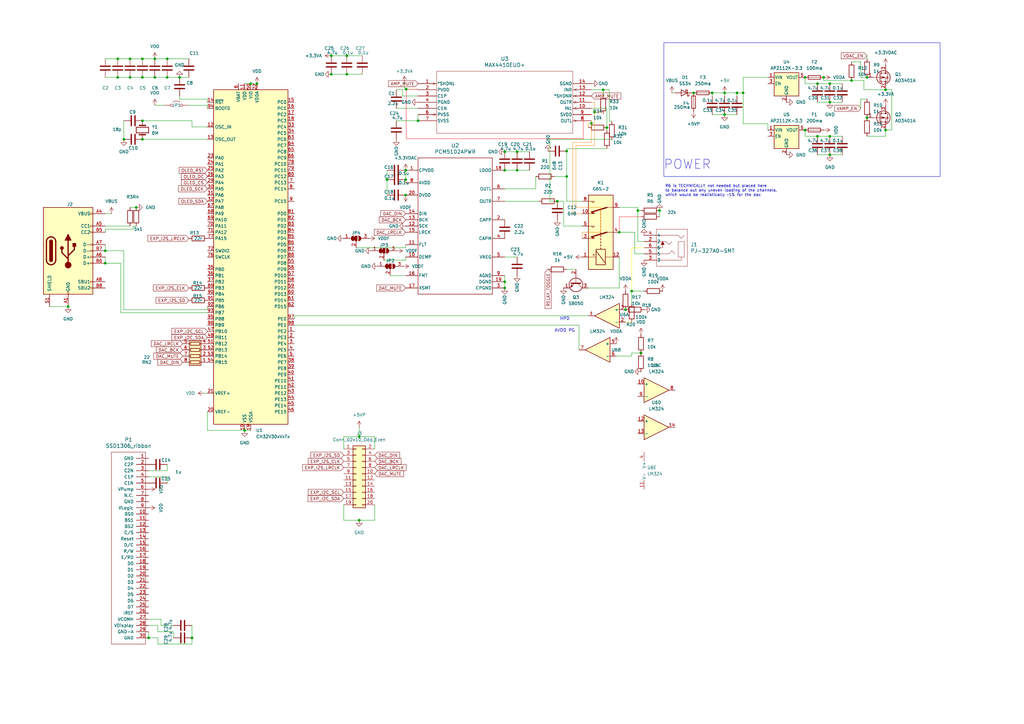
<source format=kicad_sch>
(kicad_sch (version 20250114) (generator "eeschema") (generator_version "9.0")
  (paper "A3")
  (rectangle (start 272.288 17.526) (end 385.572 72.39))
  (text "R6 is TECHNICALLY not needed but placed here\nto balance out any uneven loading of the channels,\nwhich would be realistically ~1% for the dac" (at 272.796 78.232 0) (effects (font (size 1.143 1.143)) (justify left)))
  (text "AVDD PG" (at 231.648 135.636 0) (effects (font (size 1.27 1.27))))
  (text "POWER" (at 281.94 67.564 0) (effects (font (size 3.81 3.81))))
  (text "HPD" (at 231.648 130.81 0) (effects (font (size 1.27 1.27))))
  (junction (at 337.82 31.75))
  (junction (at 302.26 38.1))
  (junction (at 55.88 85.09))
  (junction (at 68.58 24.13))
  (junction (at 335.28 55.88))
  (junction (at 142.24 22.86))
  (junction (at 135.89 22.86))
  (junction (at 58.42 49.53))
  (junction (at 259.08 119.38))
  (junction (at 248.92 52.324))
  (junction (at 330.2 31.75))
  (junction (at 335.28 34.29))
  (junction (at 58.42 57.15))
  (junction (at 58.42 24.13))
  (junction (at 284.48 38.1))
  (junction (at 355.6 48.26))
  (junction (at 147.32 213.36))
  (junction (at 297.18 46.99))
  (junction (at 50.8 57.15))
  (junction (at 100.33 176.53))
  (junction (at 68.58 31.75))
  (junction (at 349.25 33.02))
  (junction (at 166.624 36.576))
  (junction (at 256.54 127))
  (junction (at 340.36 55.88))
  (junction (at 232.41 61.976))
  (junction (at 232.41 72.39))
  (junction (at 166.37 69.85))
  (junction (at 262.89 144.78))
  (junction (at 171.45 49.53))
  (junction (at 292.1 38.1))
  (junction (at 247.396 36.83))
  (junction (at 63.5 24.13))
  (junction (at 142.24 30.48))
  (junction (at 363.22 53.34))
  (junction (at 105.41 34.29))
  (junction (at 207.01 115.57))
  (junction (at 243.84 45.974))
  (junction (at 330.2 53.34))
  (junction (at 43.18 107.95))
  (junction (at 340.36 63.5))
  (junction (at 212.09 69.85))
  (junction (at 242.57 50.546))
  (junction (at 270.51 86.36))
  (junction (at 78.74 261.62))
  (junction (at 58.42 31.75))
  (junction (at 60.96 261.62))
  (junction (at 228.6 82.55))
  (junction (at 48.26 24.13))
  (junction (at 304.8 38.1))
  (junction (at 63.5 31.75))
  (junction (at 48.26 31.75))
  (junction (at 261.62 86.36))
  (junction (at 207.01 62.23))
  (junction (at 147.32 179.07))
  (junction (at 53.34 24.13))
  (junction (at 102.87 34.29))
  (junction (at 297.18 38.1))
  (junction (at 340.36 41.91))
  (junction (at 363.22 36.83))
  (junction (at 73.66 31.75))
  (junction (at 340.36 34.29))
  (junction (at 212.09 62.23))
  (junction (at 158.75 73.66))
  (junction (at 254 95.25))
  (junction (at 166.37 73.66))
  (junction (at 135.89 30.48))
  (junction (at 27.94 125.73))
  (junction (at 166.37 80.01))
  (junction (at 207.01 69.85))
  (junction (at 53.34 31.75))
  (junction (at 355.6 31.75))
  (junction (at 43.18 102.87))
  (junction (at 207.01 118.11))
  (wire (pts (xy 142.24 30.48) (xy 148.59 30.48)))
  (wire (pts (xy 166.624 36.576) (xy 166.624 56.896)) (stroke (width 0) (color 255 23 44 1)))
  (wire (pts (xy 355.6 22.86) (xy 355.6 24.13)))
  (wire (pts (xy 354.33 33.02) (xy 354.33 36.83)))
  (wire (pts (xy 68.58 193.04) (xy 68.58 190.5)))
  (wire (pts (xy 207.01 77.47) (xy 219.71 77.47)))
  (wire (pts (xy 64.77 264.16) (xy 78.74 264.16)))
  (wire (pts (xy 165.862 36.576) (xy 166.624 36.576)))
  (wire (pts (xy 225.552 57.15) (xy 225.552 82.55)))
  (wire (pts (xy 43.18 31.75) (xy 48.26 31.75)))
  (wire (pts (xy 212.09 69.85) (xy 217.17 69.85)))
  (wire (pts (xy 239.268 46.99) (xy 242.57 46.99)) (stroke (width 0) (color 255 23 44 1)))
  (wire (pts (xy 349.25 33.02) (xy 354.33 33.02)))
  (wire (pts (xy 238.76 87.63) (xy 234.95 87.63)) (stroke (width 0) (color 255 136 0 1)))
  (wire (pts (xy 238.76 95.25) (xy 238.76 97.79)) (stroke (width 0) (color 255 136 0 1)))
  (wire (pts (xy 71.12 259.08) (xy 64.77 259.08)))
  (wire (pts (xy 228.6 82.55) (xy 231.14 82.55)))
  (wire (pts (xy 142.24 22.86) (xy 148.59 22.86)))
  (wire (pts (xy 153.67 184.15) (xy 153.67 179.07)))
  (wire (pts (xy 68.58 195.58) (xy 60.96 195.58)))
  (wire (pts (xy 166.37 101.6) (xy 166.37 100.33)))
  (wire (pts (xy 340.36 55.88) (xy 345.44 55.88)))
  (wire (pts (xy 68.58 198.12) (xy 68.58 195.58)))
  (wire (pts (xy 234.95 58.42) (xy 242.57 58.42)) (stroke (width 0) (color 255 136 0 1)))
  (wire (pts (xy 153.67 179.07) (xy 147.32 179.07)))
  (wire (pts (xy 249.936 49.784) (xy 249.936 36.83)))
  (wire (pts (xy 43.18 100.33) (xy 43.18 102.87)))
  (wire (pts (xy 264.16 101.6) (xy 259.08 101.6)) (stroke (width 0) (color 255 255 0 1)))
  (wire (pts (xy 135.89 22.86) (xy 142.24 22.86)))
  (wire (pts (xy 212.09 62.23) (xy 217.17 62.23)))
  (wire (pts (xy 259.08 101.6) (xy 259.08 119.38)) (stroke (width 0) (color 255 255 0 1)))
  (wire (pts (xy 349.25 25.4) (xy 353.06 25.4)))
  (wire (pts (xy 50.8 102.87) (xy 50.8 127)))
  (wire (pts (xy 71.12 256.54) (xy 66.04 256.54)))
  (wire (pts (xy 243.84 41.91) (xy 243.84 45.974)) (stroke (width 0) (color 255 136 0 1)))
  (wire (pts (xy 147.32 213.36) (xy 153.67 213.36)))
  (wire (pts (xy 60.96 193.04) (xy 68.58 193.04)))
  (wire (pts (xy 43.18 24.13) (xy 48.26 24.13)))
  (wire (pts (xy 63.5 31.75) (xy 68.58 31.75)))
  (wire (pts (xy 340.36 34.29) (xy 345.44 34.29)))
  (wire (pts (xy 250.952 49.784) (xy 249.936 49.784)))
  (wire (pts (xy 259.08 119.38) (xy 259.08 124.46)))
  (wire (pts (xy 43.18 102.87) (xy 50.8 102.87)))
  (wire (pts (xy 166.37 106.68) (xy 166.37 105.41)))
  (wire (pts (xy 63.5 24.13) (xy 68.58 24.13)))
  (wire (pts (xy 162.56 36.83) (xy 165.1 36.83)))
  (wire (pts (xy 337.82 33.02) (xy 349.25 33.02)))
  (wire (pts (xy 207.01 82.55) (xy 220.98 82.55)))
  (wire (pts (xy 297.18 38.1) (xy 302.26 38.1)))
  (wire (pts (xy 102.87 34.29) (xy 105.41 34.29)))
  (wire (pts (xy 85.09 43.18) (xy 85.09 44.45)))
  (wire (pts (xy 353.06 44.45) (xy 353.06 40.64)))
  (wire (pts (xy 54.61 93.98) (xy 43.18 93.98)))
  (wire (pts (xy 365.76 53.34) (xy 363.22 53.34)))
  (wire (pts (xy 242.57 50.546) (xy 241.3 50.546)) (stroke (width 0) (color 255 136 0 1)))
  (wire (pts (xy 50.8 127) (xy 85.09 127)))
  (wire (pts (xy 157.48 106.68) (xy 166.37 106.68)))
  (wire (pts (xy 248.92 60.96) (xy 232.41 60.96)))
  (wire (pts (xy 171.45 36.576) (xy 171.45 36.83)))
  (wire (pts (xy 249.936 36.83) (xy 247.396 36.83)))
  (wire (pts (xy 58.42 31.75) (xy 63.5 31.75)))
  (wire (pts (xy 120.65 133.35) (xy 237.49 133.35)))
  (wire (pts (xy 264.16 119.38) (xy 259.08 119.38)))
  (wire (pts (xy 64.77 256.54) (xy 60.96 256.54)))
  (wire (pts (xy 252.73 146.05) (xy 259.08 146.05)))
  (wire (pts (xy 166.624 36.576) (xy 171.45 36.576)))
  (wire (pts (xy 335.28 63.5) (xy 340.36 63.5)))
  (wire (pts (xy 160.02 113.03) (xy 166.37 113.03)))
  (wire (pts (xy 241.3 129.54) (xy 120.65 129.54)))
  (wire (pts (xy 330.2 34.29) (xy 330.2 31.75)))
  (wire (pts (xy 292.1 46.99) (xy 297.18 46.99)))
  (wire (pts (xy 254 118.11) (xy 254 105.41)))
  (wire (pts (xy 78.74 264.16) (xy 78.74 261.62)))
  (wire (pts (xy 165.862 33.782) (xy 165.862 36.576)))
  (wire (pts (xy 340.36 41.91) (xy 345.44 41.91)))
  (wire (pts (xy 264.16 99.06) (xy 261.62 99.06)))
  (wire (pts (xy 73.66 39.37) (xy 73.66 40.64)))
  (wire (pts (xy 314.96 50.8) (xy 314.96 53.34)))
  (wire (pts (xy 166.37 73.66) (xy 166.37 74.93)))
  (wire (pts (xy 297.18 46.99) (xy 302.26 46.99)))
  (wire (pts (xy 146.05 101.6) (xy 166.37 101.6)))
  (wire (pts (xy 171.45 46.99) (xy 171.45 49.53)))
  (wire (pts (xy 207.01 113.03) (xy 207.01 115.57)))
  (wire (pts (xy 248.92 44.45) (xy 242.57 44.45)))
  (wire (pts (xy 58.42 57.15) (xy 85.09 57.15)))
  (wire (pts (xy 302.26 38.1) (xy 304.8 38.1)))
  (wire (pts (xy 53.34 85.09) (xy 55.88 85.09)))
  (wire (pts (xy 48.26 24.13) (xy 53.34 24.13)))
  (wire (pts (xy 234.95 87.63) (xy 234.95 58.42)) (stroke (width 0) (color 255 136 0 1)))
  (wire (pts (xy 335.28 55.88) (xy 330.2 55.88)))
  (wire (pts (xy 247.396 36.83) (xy 247.396 39.116)))
  (wire (pts (xy 254 88.9) (xy 254 95.25)) (stroke (width 0) (color 255 41 42 1)))
  (wire (pts (xy 262.89 86.36) (xy 261.62 86.36)))
  (wire (pts (xy 78.74 261.62) (xy 78.74 256.54)))
  (wire (pts (xy 166.624 56.896) (xy 239.268 56.896)) (stroke (width 0) (color 255 23 44 1)))
  (wire (pts (xy 73.66 31.75) (xy 77.47 31.75)))
  (wire (pts (xy 231.14 92.71) (xy 238.76 92.71)))
  (wire (pts (xy 232.41 72.39) (xy 232.41 82.55)))
  (wire (pts (xy 335.28 34.29) (xy 330.2 34.29)))
  (wire (pts (xy 63.5 43.18) (xy 67.31 43.18)))
  (wire (pts (xy 207.01 69.85) (xy 212.09 69.85)))
  (wire (pts (xy 250.952 57.15) (xy 225.552 57.15)))
  (wire (pts (xy 85.09 176.53) (xy 100.33 176.53)))
  (wire (pts (xy 78.74 49.53) (xy 78.74 52.07)))
  (wire (pts (xy 363.22 55.88) (xy 363.22 53.34)))
  (wire (pts (xy 270.51 86.36) (xy 270.51 88.9)))
  (wire (pts (xy 20.32 125.73) (xy 27.94 125.73)))
  (wire (pts (xy 48.26 31.75) (xy 53.34 31.75)))
  (wire (pts (xy 171.45 36.576) (xy 166.624 36.576)) (stroke (width 0) (color 255 23 44 1)))
  (wire (pts (xy 242.57 50.546) (xy 242.57 49.53)) (stroke (width 0) (color 255 136 0 1)))
  (wire (pts (xy 260.35 104.14) (xy 264.16 104.14)))
  (wire (pts (xy 254 88.9) (xy 262.89 88.9)) (stroke (width 0) (color 255 41 42 1)))
  (wire (pts (xy 241.3 118.11) (xy 254 118.11)))
  (wire (pts (xy 73.66 40.64) (xy 85.09 40.64)))
  (wire (pts (xy 207.01 105.41) (xy 212.09 105.41)))
  (wire (pts (xy 236.22 85.09) (xy 246.38 85.09)) (stroke (width 0) (color 255 136 0 1)))
  (wire (pts (xy 337.82 31.75) (xy 337.82 33.02)))
  (wire (pts (xy 232.41 60.96) (xy 232.41 61.976)))
  (wire (pts (xy 261.62 85.09) (xy 254 85.09)))
  (wire (pts (xy 158.75 69.85) (xy 158.75 73.66)))
  (wire (pts (xy 165.1 36.83) (xy 165.1 39.37)))
  (wire (pts (xy 147.32 179.07) (xy 140.97 179.07)))
  (wire (pts (xy 363.22 36.83) (xy 365.76 36.83)))
  (wire (pts (xy 100.33 176.53) (xy 102.87 176.53)))
  (wire (pts (xy 58.42 49.53) (xy 78.74 49.53)))
  (wire (pts (xy 54.61 92.71) (xy 54.61 93.98)))
  (wire (pts (xy 254 95.25) (xy 260.35 95.25)))
  (wire (pts (xy 243.84 45.974) (xy 247.396 45.974)) (stroke (width 0) (color 255 136 0 1)))
  (wire (pts (xy 354.33 36.83) (xy 363.22 36.83)))
  (wire (pts (xy 365.76 36.83) (xy 365.76 53.34)))
  (wire (pts (xy 239.268 56.896) (xy 239.268 46.99)) (stroke (width 0) (color 255 23 44 1)))
  (wire (pts (xy 335.28 55.88) (xy 340.36 55.88)))
  (wire (pts (xy 50.8 49.53) (xy 50.8 57.15)))
  (wire (pts (xy 232.41 110.49) (xy 236.22 110.49)))
  (wire (pts (xy 158.75 73.66) (xy 158.75 80.01)))
  (wire (pts (xy 49.53 107.95) (xy 43.18 107.95)))
  (wire (pts (xy 292.1 39.37) (xy 292.1 38.1)))
  (wire (pts (xy 78.74 52.07) (xy 85.09 52.07)))
  (wire (pts (xy 58.42 24.13) (xy 63.5 24.13)))
  (wire (pts (xy 355.6 55.88) (xy 363.22 55.88)))
  (wire (pts (xy 43.18 87.63) (xy 45.72 87.63)))
  (wire (pts (xy 53.34 24.13) (xy 58.42 24.13)))
  (wire (pts (xy 275.59 38.1) (xy 276.86 38.1)))
  (wire (pts (xy 330.2 55.88) (xy 330.2 53.34)))
  (wire (pts (xy 153.67 213.36) (xy 153.67 207.01)))
  (wire (pts (xy 85.09 127) (xy 85.09 125.73)))
  (wire (pts (xy 140.97 179.07) (xy 140.97 184.15)))
  (wire (pts (xy 241.3 50.546) (xy 241.3 52.324)) (stroke (width 0) (color 255 136 0 1)))
  (wire (pts (xy 260.35 95.25) (xy 260.35 104.14)))
  (wire (pts (xy 85.09 128.27) (xy 49.53 128.27)))
  (wire (pts (xy 297.18 39.37) (xy 297.18 38.1)))
  (wire (pts (xy 248.92 53.34) (xy 248.92 52.324)))
  (wire (pts (xy 335.28 41.91) (xy 340.36 41.91)))
  (wire (pts (xy 66.04 256.54) (xy 66.04 254)))
  (wire (pts (xy 243.84 45.974) (xy 243.84 59.69)) (stroke (width 0) (color 255 136 0 1)))
  (wire (pts (xy 242.57 58.42) (xy 242.57 50.546)) (stroke (width 0) (color 255 136 0 1)))
  (wire (pts (xy 304.8 50.8) (xy 314.96 50.8)))
  (wire (pts (xy 207.01 62.23) (xy 212.09 62.23)))
  (wire (pts (xy 292.1 38.1) (xy 297.18 38.1)))
  (wire (pts (xy 353.06 25.4) (xy 353.06 31.75)))
  (wire (pts (xy 64.77 261.62) (xy 64.77 264.16)))
  (wire (pts (xy 77.47 43.18) (xy 85.09 43.18)))
  (wire (pts (xy 135.89 30.48) (xy 142.24 30.48)))
  (wire (pts (xy 147.32 175.26) (xy 147.32 179.07)))
  (wire (pts (xy 64.77 259.08) (xy 64.77 256.54)))
  (wire (pts (xy 68.58 31.75) (xy 73.66 31.75)))
  (wire (pts (xy 304.8 38.1) (xy 304.8 50.8)))
  (wire (pts (xy 237.49 143.51) (xy 237.49 133.35)))
  (wire (pts (xy 219.71 77.47) (xy 219.71 72.39)))
  (wire (pts (xy 232.41 72.39) (xy 227.33 72.39)))
  (wire (pts (xy 247.396 45.974) (xy 247.396 46.736)) (stroke (width 0) (color 255 136 0 1)))
  (wire (pts (xy 43.18 105.41) (xy 43.18 107.95)))
  (wire (pts (xy 353.06 40.64) (xy 355.6 40.64)))
  (wire (pts (xy 304.8 31.75) (xy 314.96 31.75)))
  (wire (pts (xy 335.28 34.29) (xy 340.36 34.29)))
  (wire (pts (xy 259.08 132.08) (xy 256.54 132.08)) (stroke (width 0) (color 255 255 0 1)))
  (wire (pts (xy 85.09 40.64) (xy 85.09 41.91)))
  (wire (pts (xy 304.8 38.1) (xy 304.8 31.75)))
  (wire (pts (xy 49.53 128.27) (xy 49.53 107.95)))
  (wire (pts (xy 261.62 86.36) (xy 261.62 85.09)))
  (wire (pts (xy 242.57 41.91) (xy 243.84 41.91)) (stroke (width 0) (color 255 136 0 1)))
  (wire (pts (xy 60.96 261.62) (xy 64.77 261.62)))
  (wire (pts (xy 302.26 39.37) (xy 302.26 38.1)))
  (wire (pts (xy 207.01 115.57) (xy 207.01 118.11)))
  (wire (pts (xy 248.92 52.324) (xy 248.92 44.45)))
  (wire (pts (xy 250.952 57.15) (xy 250.952 57.404)))
  (wire (pts (xy 140.97 207.01) (xy 140.97 213.36)))
  (wire (pts (xy 232.41 82.55) (xy 238.76 82.55)))
  (wire (pts (xy 232.41 61.976) (xy 232.41 72.39)))
  (wire (pts (xy 83.82 161.29) (xy 85.09 161.29)))
  (wire (pts (xy 60.96 259.08) (xy 60.96 261.62)))
  (wire (pts (xy 53.34 31.75) (xy 58.42 31.75)))
  (wire (pts (xy 243.84 59.69) (xy 236.22 59.69)) (stroke (width 0) (color 255 136 0 1)))
  (wire (pts (xy 340.36 63.5) (xy 345.44 63.5)))
  (wire (pts (xy 85.09 168.91) (xy 85.09 176.53)))
  (wire (pts (xy 162.56 44.45) (xy 171.45 44.45)))
  (wire (pts (xy 231.14 82.55) (xy 231.14 92.71)))
  (wire (pts (xy 246.38 85.09) (xy 246.38 95.25)) (stroke (width 0) (color 255 136 0 1)))
  (wire (pts (xy 236.22 59.69) (xy 236.22 85.09)) (stroke (width 0) (color 255 136 0 1)))
  (wire (pts (xy 71.12 261.62) (xy 71.12 259.08)))
  (wire (pts (xy 259.08 146.05) (xy 259.08 144.78)))
  (wire (pts (xy 43.18 92.71) (xy 53.34 92.71)))
  (wire (pts (xy 100.33 34.29) (xy 102.87 34.29)))
  (wire (pts (xy 140.97 213.36) (xy 147.32 213.36)))
  (wire (pts (xy 162.56 49.53) (xy 171.45 49.53)))
  (wire (pts (xy 55.88 92.71) (xy 54.61 92.71)))
  (wire (pts (xy 353.06 31.75) (xy 355.6 31.75)))
  (wire (pts (xy 120.65 129.54) (xy 120.65 130.81)))
  (wire (pts (xy 259.08 144.78) (xy 262.89 144.78)))
  (wire (pts (xy 68.58 24.13) (xy 77.47 24.13)))
  (wire (pts (xy 225.552 82.55) (xy 228.6 82.55)))
  (wire (pts (xy 166.37 69.85) (xy 166.37 73.66)))
  (wire (pts (xy 247.396 36.83) (xy 242.57 36.83)))
  (wire (pts (xy 165.1 39.37) (xy 171.45 39.37)))
  (wire (pts (xy 261.62 86.36) (xy 261.62 99.06)))
  (wire (pts (xy 43.18 93.98) (xy 43.18 95.25)))
  (wire (pts (xy 66.04 254) (xy 60.96 254)))
  (wire (pts (xy 246.38 95.25) (xy 238.76 95.25)) (stroke (width 0) (color 255 136 0 1)))
  (global_label "DAC_BCK" (shape input) (at 153.67 189.23 0) (property "Intersheetrefs" "${INTERSHEET_REFS}" (effects (hide yes))))
  (global_label "DAC_LRCLK" (shape input) (at 166.37 95.25 180) (property "Intersheetrefs" "${INTERSHEET_REFS}" (effects (hide yes))))
  (global_label "AMP_MUTE" (shape input) (at 171.45 34.29 180) (property "Intersheetrefs" "${INTERSHEET_REFS}" (effects (hide yes))))
  (global_label "DAC_DIN" (shape input) (at 74.93 148.59 180) (property "Intersheetrefs" "${INTERSHEET_REFS}" (effects (hide yes))))
  (global_label "EXP_I2S_CLK" (shape input) (at 77.47 118.11 180) (property "Intersheetrefs" "${INTERSHEET_REFS}" (effects (hide yes))))
  (global_label "DAC_DIN" (shape input) (at 166.37 87.63 180) (property "Intersheetrefs" "${INTERSHEET_REFS}" (effects (hide yes))))
  (global_label "EXP_I2S_CLK" (shape input) (at 140.97 189.23 180) (property "Intersheetrefs" "${INTERSHEET_REFS}" (effects (hide yes))))
  (global_label "OLED_RST" (shape input) (at 85.09 69.85 180) (property "Intersheetrefs" "${INTERSHEET_REFS}" (effects (hide yes))))
  (global_label "VDAC_EN" (shape input) (at 355.6 22.86 180) (property "Intersheetrefs" "${INTERSHEET_REFS}" (effects (hide yes))))
  (global_label "EXP_I2C_SDA" (shape input) (at 85.09 138.43 180) (property "Intersheetrefs" "${INTERSHEET_REFS}" (effects (hide yes))))
  (global_label "DAC_MUTE" (shape input) (at 166.37 118.11 180) (property "Intersheetrefs" "${INTERSHEET_REFS}" (effects (hide yes))))
  (global_label "DAC_LRCLK" (shape input) (at 74.93 140.97 180) (property "Intersheetrefs" "${INTERSHEET_REFS}" (effects (hide yes))))
  (global_label "DAC_MUTE" (shape input) (at 74.93 146.05 180) (property "Intersheetrefs" "${INTERSHEET_REFS}" (effects (hide yes))))
  (global_label "AMP_MUTE" (shape input) (at 242.57 39.37 0) (property "Intersheetrefs" "${INTERSHEET_REFS}" (effects (hide yes))))
  (global_label "EXP_I2C_SCL" (shape input) (at 140.97 201.93 180) (property "Intersheetrefs" "${INTERSHEET_REFS}" (effects (hide yes))))
  (global_label "OLED_CS" (shape input) (at 85.09 74.93 180) (property "Intersheetrefs" "${INTERSHEET_REFS}" (effects (hide yes))))
  (global_label "OLED_SCK" (shape input) (at 85.09 77.47 180) (property "Intersheetrefs" "${INTERSHEET_REFS}" (effects (hide yes))))
  (global_label "OLED_SDA" (shape input) (at 85.09 82.55 180) (property "Intersheetrefs" "${INTERSHEET_REFS}" (effects (hide yes))))
  (global_label "EXP_I2S_LRCLK" (shape input) (at 77.47 97.79 180) (property "Intersheetrefs" "${INTERSHEET_REFS}" (effects (hide yes))))
  (global_label "RELAY_TOGGLE" (shape input) (at 224.79 110.49 270) (property "Intersheetrefs" "${INTERSHEET_REFS}" (effects (hide yes))))
  (global_label "DAC_MUTE" (shape input) (at 153.67 194.31 0) (property "Intersheetrefs" "${INTERSHEET_REFS}" (effects (hide yes))))
  (global_label "EXP_I2C_SCL" (shape input) (at 85.09 135.89 180) (property "Intersheetrefs" "${INTERSHEET_REFS}" (effects (hide yes))))
  (global_label "EXP_I2S_SD" (shape input) (at 77.47 123.19 180) (property "Intersheetrefs" "${INTERSHEET_REFS}" (effects (hide yes))))
  (global_label "DAC_DIN" (shape input) (at 153.67 186.69 0) (property "Intersheetrefs" "${INTERSHEET_REFS}" (effects (hide yes))))
  (global_label "EXP_I2S_SD" (shape input) (at 140.97 186.69 180) (property "Intersheetrefs" "${INTERSHEET_REFS}" (effects (hide yes))))
  (global_label "DAC_BCK" (shape input) (at 74.93 143.51 180) (property "Intersheetrefs" "${INTERSHEET_REFS}" (effects (hide yes))))
  (global_label "EXP_I2S_LRCLK" (shape input) (at 140.97 191.77 180) (property "Intersheetrefs" "${INTERSHEET_REFS}" (effects (hide yes))))
  (global_label "OLED_DC" (shape input) (at 85.09 72.39 180) (property "Intersheetrefs" "${INTERSHEET_REFS}" (effects (hide yes))))
  (global_label "EXP_I2C_SDA" (shape input) (at 140.97 204.47 180) (property "Intersheetrefs" "${INTERSHEET_REFS}" (effects (hide yes))))
  (global_label "VAMP_EN" (shape input) (at 353.06 44.45 180) (property "Intersheetrefs" "${INTERSHEET_REFS}" (effects (hide yes))))
  (global_label "DAC_LRCLK" (shape input) (at 153.67 191.77 0) (property "Intersheetrefs" "${INTERSHEET_REFS}" (effects (hide yes))))
  (global_label "DAC_BCK" (shape input) (at 166.37 90.17 180) (property "Intersheetrefs" "${INTERSHEET_REFS}" (effects (hide yes))))
  (symbol (lib_id "power:VDD") (at 337.82 53.34 270) (unit 1)
    (property "Reference" "#PWR036" (effects (hide yes)))
    (property "Value" "VDD" (at 342.9 53.34 0))
    (property "Description" "Power symbol creates a global label with name \"VDD\"" (effects (hide yes)))
  )
  (symbol (lib_id "Device:Crystal") (at 58.42 53.34 90) (unit 1)
    (property "Reference" "Y1" (at 62.23 52.0699 90) (effects (justify right)))
    (property "Value" "8M" (at 62.23 54.6099 90) (effects (justify right)))
    (property "Footprint" "Crystal:Crystal_SMD_HC49-SD" (effects (hide yes)))
    (property "Description" "Two pin crystal" (effects (hide yes)))
  )
  (symbol (lib_id "Device:C") (at 64.77 198.12 90) (unit 1)
    (property "Reference" "C15" (at 68.072 196.342 90))
    (property "Value" "1u" (effects (hide yes)))
    (property "Footprint" "Capacitor_SMD:C_0603_1608Metric" (effects (hide yes)))
    (property "Description" "Unpolarized capacitor" (effects (hide yes)))
  )
  (symbol (lib_id "Device:C") (at 58.42 27.94 0) (unit 1)
    (property "Reference" "C5" (at 57.15 36.068 0) (effects (justify left)))
    (property "Value" "0.1u" (effects (hide yes)))
    (property "Footprint" "Capacitor_SMD:C_0201_0603Metric" (effects (hide yes)))
    (property "Description" "Unpolarized capacitor" (effects (hide yes)))
  )
  (symbol (lib_id "power:+3.3VA") (at 363.22 43.18 0) (unit 1)
    (property "Reference" "#PWR048" (effects (hide yes)))
    (property "Value" "+3.3VA" (at 363.22 38.608 0))
    (property "Description" "Power symbol creates a global label with name \"+3.3VA\"" (effects (hide yes)))
  )
  (symbol (lib_id "power:GND") (at 340.36 41.91 0) (unit 1)
    (property "Reference" "#PWR046" (effects (hide yes)))
    (property "Value" "GND" (at 340.36 46.99 0))
    (property "Description" "Power symbol creates a global label with name \"GND\" , ground" (effects (hide yes)))
  )
  (symbol (lib_id "Device:R") (at 266.7 86.36 90) (unit 1)
    (property "Reference" "R5" (at 266.7 80.01 90))
    (property "Value" "22k" (effects (hide yes)))
    (property "Footprint" "Resistor_SMD:R_0805_2012Metric_Pad1.20x1.40mm_HandSolder" (effects (hide yes)))
    (property "Description" "Resistor" (effects (hide yes)))
  )
  (symbol (lib_id "Amplifier_Operational:LM324") (at 245.11 143.51 0) (mirror y) (unit 2)
    (property "Reference" "U6" (at 252.73 143.51 0))
    (property "Value" "LM324" (at 245.11 135.89 0))
    (property "Datasheet" "http://www.ti.com/lit/ds/symlink/lm2902-n.pdf" (effects (hide yes)))
    (property "Description" "Low-Power, Quad-Operational Amplifiers, DIP-14/SOIC-14/SSOP-14" (effects (hide yes)))
  )
  (symbol (lib_id "power:VBUS") (at 275.59 38.1 0) (unit 1)
    (property "Reference" "#PWR035" (effects (hide yes)))
    (property "Value" "VBUS" (at 275.59 33.02 0))
    (property "Description" "Power symbol creates a global label with name \"VBUS\"" (effects (hide yes)))
  )
  (symbol (lib_id "Device:R") (at 355.6 44.45 0) (unit 1)
    (property "Reference" "R10" (at 358.14 43.1799 0) (effects (justify left)))
    (property "Value" "1k" (at 358.14 45.7199 0) (effects (justify left)))
    (property "Footprint" "Resistor_SMD:R_0805_2012Metric_Pad1.20x1.40mm_HandSolder" (effects (hide yes)))
    (property "Description" "Resistor" (effects (hide yes)))
  )
  (symbol (lib_id "Device:C") (at 135.89 26.67 0) (unit 1)
    (property "Reference" "C25" (at 133.096 19.812 0) (effects (justify left)))
    (property "Value" "4.7u" (at 134.112 21.59 0) (effects (justify left)))
    (property "Footprint" "Capacitor_SMD:C_0603_1608Metric" (effects (hide yes)))
    (property "Description" "Unpolarized capacitor" (effects (hide yes)))
  )
  (symbol (lib_id "Device:C") (at 74.93 261.62 90) (unit 1)
    (property "Reference" "C29" (at 68.072 264.414 0) (effects (justify left)))
    (property "Value" "4.7u" (at 69.85 263.398 0) (effects (justify left)))
    (property "Footprint" "Capacitor_SMD:C_0603_1608Metric" (effects (hide yes)))
    (property "Description" "Unpolarized capacitor" (effects (hide yes)))
  )
  (symbol (lib_id "Device:R") (at 223.52 72.39 90) (unit 1)
    (property "Reference" "R1" (at 223.52 66.04 90))
    (property "Value" "220" (at 223.52 68.58 90))
    (property "Footprint" "Resistor_SMD:R_0805_2012Metric_Pad1.20x1.40mm_HandSolder" (effects (hide yes)))
    (property "Description" "Resistor" (effects (hide yes)))
  )
  (symbol (lib_id "power:+5V") (at 297.18 38.1 0) (unit 1)
    (property "Reference" "#PWR050" (effects (hide yes)))
    (property "Value" "+5V" (at 297.18 33.02 0))
    (property "Description" "Power symbol creates a global label with name \"+5V\"" (effects (hide yes)))
  )
  (symbol (lib_id "Device:C") (at 335.28 59.69 0) (unit 1)
    (property "Reference" "C36" (at 331.47 61.722 0) (effects (justify left)))
    (property "Value" "4.7u" (at 331.216 57.658 0) (effects (justify left)))
    (property "Footprint" "Capacitor_SMD:C_0805_2012Metric" (effects (hide yes)))
    (property "Description" "Unpolarized capacitor" (effects (hide yes)))
  )
  (symbol (lib_id "power:GND") (at 73.66 31.75 180) (unit 1)
    (property "Reference" "#PWR03" (effects (hide yes)))
    (property "Value" "GND" (at 73.66 26.67 0))
    (property "Description" "Power symbol creates a global label with name \"GND\" , ground" (effects (hide yes)))
  )
  (symbol (lib_id "power:GND") (at 162.56 57.15 0) (unit 1)
    (property "Reference" "#PWR029" (effects (hide yes)))
    (property "Value" "GND" (at 162.56 59.944 90) (effects (justify right)))
    (property "Description" "Power symbol creates a global label with name \"GND\" , ground" (effects (hide yes)))
  )
  (symbol (lib_id "power:VDD") (at 63.5 43.18 0) (unit 1)
    (property "Reference" "#PWR04" (effects (hide yes)))
    (property "Value" "VDD" (at 63.5 38.1 0))
    (property "Description" "Power symbol creates a global label with name \"VDD\"" (effects (hide yes)))
  )
  (symbol (lib_id "Device:C") (at 54.61 49.53 270) (unit 1)
    (property "Reference" "C9" (at 54.356 45.974 90))
    (property "Value" "18p" (effects (hide yes)))
    (property "Footprint" "Capacitor_SMD:C_0603_1608Metric" (effects (hide yes)))
    (property "Description" "Unpolarized capacitor" (effects (hide yes)))
  )
  (symbol (lib_id "Device:C") (at 54.61 57.15 270) (unit 1)
    (property "Reference" "C10" (at 54.61 60.706 90))
    (property "Value" "18p" (at 48.006 53.086 90))
    (property "Footprint" "Capacitor_SMD:C_0603_1608Metric" (effects (hide yes)))
    (property "Description" "Unpolarized capacitor" (effects (hide yes)))
  )
  (symbol (lib_id "power:GND") (at 50.8 57.15 0) (unit 1)
    (property "Reference" "#PWR05" (effects (hide yes)))
    (property "Value" "GND" (at 50.8 62.23 0))
    (property "Description" "Power symbol creates a global label with name \"GND\" , ground" (effects (hide yes)))
  )
  (symbol (lib_id "Device:C") (at 212.09 109.22 0) (unit 1)
    (property "Reference" "C23" (at 209.296 102.362 0) (effects (justify left)))
    (property "Value" "4.7u" (at 210.312 104.14 0) (effects (justify left)))
    (property "Footprint" "Capacitor_SMD:C_0603_1608Metric" (effects (hide yes)))
    (property "Description" "Unpolarized capacitor" (effects (hide yes)))
  )
  (symbol (lib_id "Device:C") (at 212.09 66.04 0) (unit 1)
    (property "Reference" "C20" (at 209.296 59.182 0) (effects (justify left)))
    (property "Value" "4.7u" (at 210.312 60.96 0) (effects (justify left)))
    (property "Footprint" "Capacitor_SMD:C_0603_1608Metric" (effects (hide yes)))
    (property "Description" "Unpolarized capacitor" (effects (hide yes)))
  )
  (symbol (lib_id "Transistor_FET:AO3401A") (at 360.68 48.26 0) (unit 1)
    (property "Reference" "Q2" (at 367.03 46.9899 0) (effects (justify left)))
    (property "Value" "AO3401A" (at 367.03 49.5299 0) (effects (justify left)))
    (property "Footprint" "Package_TO_SOT_SMD:SOT-23" (effects (hide yes)))
    (property "Datasheet" "http://www.aosmd.com/pdfs/datasheet/AO3401A.pdf" (effects (hide yes)))
    (property "Description" "-4.0A Id, -30V Vds, P-Channel MOSFET, SOT-23" (effects (hide yes)))
  )
  (symbol (lib_id "Device:Fuse") (at 334.01 31.75 90) (unit 1)
    (property "Reference" "F2" (at 334.01 25.4 90))
    (property "Value" "100ma" (at 334.01 27.94 90))
    (property "Footprint" "Fuse:Fuse_0805_2012Metric" (effects (hide yes)))
    (property "Description" "Fuse" (effects (hide yes)))
  )
  (symbol (lib_id "Device:R") (at 266.7 88.9 90) (unit 1)
    (property "Reference" "R6" (at 266.7 82.55 90))
    (property "Value" "22k" (at 275.59 87.122 90))
    (property "Footprint" "Resistor_SMD:R_0805_2012Metric_Pad1.20x1.40mm_HandSolder" (effects (hide yes)))
    (property "Description" "Resistor" (effects (hide yes)))
  )
  (symbol (lib_id "Device:R") (at 260.35 127 270) (unit 1)
    (property "Reference" "R18" (at 265.176 125.222 90))
    (property "Value" "10k" (effects (hide yes)))
    (property "Footprint" "Resistor_SMD:R_0805_2012Metric" (effects (hide yes)))
    (property "Description" "Resistor" (effects (hide yes)))
  )
  (symbol (lib_id "Device:C") (at 43.18 27.94 0) (unit 1)
    (property "Reference" "C2" (at 41.91 36.068 0) (effects (justify left)))
    (property "Value" "0.1u" (effects (hide yes)))
    (property "Footprint" "Capacitor_SMD:C_0201_0603Metric" (effects (hide yes)))
    (property "Description" "Unpolarized capacitor" (effects (hide yes)))
  )
  (symbol (lib_id "power:GND") (at 270.51 86.36 180) (unit 1)
    (property "Reference" "#PWR039" (effects (hide yes)))
    (property "Value" "GND" (at 270.51 83.566 90) (effects (justify right)))
    (property "Description" "Power symbol creates a global label with name \"GND\" , ground" (effects (hide yes)))
  )
  (symbol (lib_id "power:VDDF") (at 166.37 80.01 180) (unit 1)
    (property "Reference" "#PWR013" (effects (hide yes)))
    (property "Value" "VDDF" (at 166.37 85.09 0))
    (property "Description" "Power symbol creates a global label with name \"VDDF\"" (effects (hide yes)))
  )
  (symbol (lib_id "power:VDD") (at 60.96 208.28 270) (unit 1)
    (property "Reference" "#PWR033" (effects (hide yes)))
    (property "Value" "VDD" (at 66.04 208.28 0))
    (property "Description" "Power symbol creates a global label with name \"VDD\"" (effects (hide yes)))
  )
  (symbol (lib_id "power:VDDF") (at 151.13 97.79 270) (unit 1)
    (property "Reference" "#PWR027" (effects (hide yes)))
    (property "Value" "VDDF" (at 154.94 97.7899 90) (effects (justify left)))
    (property "Description" "Power symbol creates a global label with name \"VDDF\"" (effects (hide yes)))
  )
  (symbol (lib_id "power:GND") (at 264.16 106.68 0) (unit 1)
    (property "Reference" "#PWR038" (effects (hide yes)))
    (property "Value" "GND" (at 264.16 109.474 90) (effects (justify right)))
    (property "Description" "Power symbol creates a global label with name \"GND\" , ground" (effects (hide yes)))
  )
  (symbol (lib_id "Relay:G6S-2") (at 246.38 95.25 90) (unit 1)
    (property "Reference" "K1" (at 246.38 74.93 90))
    (property "Value" "G6S-2" (at 246.38 77.47 90))
    (property "Footprint" "Relay_SMD:Relay_DPDT_Omron_G6S-2F" (effects (hide yes)))
    (property "Datasheet" "http://omronfs.omron.com/en_US/ecb/products/pdf/en-g6s.pdf" (effects (hide yes)))
    (property "Description" "Compact, Industry-Standard 2-pole relay, designed to switch 2A Signal Loads, Single-side Stable" (effects (hide yes)))
  )
  (symbol (lib_id "Connector_Generic:Conn_02x10_Odd_Even") (at 146.05 194.31 0) (unit 1)
    (property "Reference" "J3" (at 147.32 177.8 0))
    (property "Value" "Conn_02x10_Odd_Even" (at 147.32 180.34 0))
    (property "Description" "Generic connector, double row, 02x10, odd/even pin numbering scheme (row 1 odd numbers, row 2 even numbers), script generated (kicad-library-utils/schlib/autogen/connector/)" (effects (hide yes)))
  )
  (symbol (lib_id "power:VDDA") (at 252.73 140.97 0) (unit 1)
    (property "Reference" "#PWR040" (effects (hide yes)))
    (property "Value" "VDDA" (at 252.73 135.89 0))
    (property "Description" "Power symbol creates a global label with name \"VDDA\"" (effects (hide yes)))
  )
  (symbol (lib_id "power:GND") (at 166.37 92.71 270) (unit 1)
    (property "Reference" "#PWR010" (effects (hide yes)))
    (property "Value" "GND" (at 163.576 92.71 90) (effects (justify right)))
    (property "Description" "Power symbol creates a global label with name \"GND\" , ground" (effects (hide yes)))
  )
  (symbol (lib_id "power:VDD") (at 262.89 137.16 0) (unit 1)
    (property "Reference" "#PWR042" (effects (hide yes)))
    (property "Value" "VDD" (at 262.89 132.08 0))
    (property "Description" "Power symbol creates a global label with name \"VDD\"" (effects (hide yes)))
  )
  (symbol (lib_id "Device:C") (at 74.93 256.54 90) (unit 1)
    (property "Reference" "C28" (at 68.072 259.334 0) (effects (justify left)))
    (property "Value" "4.7u" (at 69.85 258.318 0) (effects (justify left)))
    (property "Footprint" "Capacitor_SMD:C_0603_1608Metric" (effects (hide yes)))
    (property "Description" "Unpolarized capacitor" (effects (hide yes)))
  )
  (symbol (lib_id "ssd1306:SSD1306_ribbon") (at 53.34 224.79 270) (unit 1)
    (property "Reference" "P1" (at 52.705 180.34 90) (effects (font (size 1.524 1.524))))
    (property "Value" "SSD1306_ribbon" (at 52.705 182.88 90) (effects (font (size 1.524 1.524))))
  )
  (symbol (lib_id "power:GND") (at 228.6 90.17 0) (unit 1)
    (property "Reference" "#PWR022" (effects (hide yes)))
    (property "Value" "GND" (at 228.6 92.964 90) (effects (justify right)))
    (property "Description" "Power symbol creates a global label with name \"GND\" , ground" (effects (hide yes)))
  )
  (symbol (lib_id "power:GND") (at 207.01 62.23 270) (unit 1)
    (property "Reference" "#PWR015" (effects (hide yes)))
    (property "Value" "GND" (at 204.216 62.23 90) (effects (justify right)))
    (property "Description" "Power symbol creates a global label with name \"GND\" , ground" (effects (hide yes)))
  )
  (symbol (lib_id "Jumper:Jumper_2_Open") (at 72.39 43.18 0) (unit 1)
    (property "Reference" "JP1" (at 72.39 43.18 0))
    (property "Value" "Jumper_2_Open" (effects (hide yes)))
    (property "Footprint" "Jumper:SolderJumper-2_P1.3mm_Open_RoundedPad1.0x1.5mm" (effects (hide yes)))
    (property "Description" "Jumper, 2-pole, open" (effects (hide yes)))
  )
  (symbol (lib_id "Device:C") (at 162.56 69.85 90) (unit 1)
    (property "Reference" "C16" (at 159.512 68.58 90))
    (property "Value" "0.1u" (at 165.608 71.12 90))
    (property "Footprint" "Capacitor_SMD:C_0603_1608Metric" (effects (hide yes)))
    (property "Description" "Unpolarized capacitor" (effects (hide yes)))
  )
  (symbol (lib_id "Device:R") (at 247.396 42.926 0) (unit 1)
    (property "Reference" "R33" (at 249.936 41.6559 0) (effects (justify left)))
    (property "Value" "10k" (at 249.936 44.1959 0) (effects (justify left)))
    (property "Footprint" "Resistor_SMD:R_0805_2012Metric" (effects (hide yes)))
    (property "Description" "Resistor" (effects (hide yes)))
  )
  (symbol (lib_id "Device:C") (at 68.58 27.94 0) (unit 1)
    (property "Reference" "C7" (at 67.31 36.068 0) (effects (justify left)))
    (property "Value" "0.1u" (effects (hide yes)))
    (property "Footprint" "Capacitor_SMD:C_0201_0603Metric" (effects (hide yes)))
    (property "Description" "Unpolarized capacitor" (effects (hide yes)))
  )
  (symbol (lib_id "Device:C") (at 302.26 43.18 0) (unit 1)
    (property "Reference" "C35" (at 298.45 45.212 0) (effects (justify left)))
    (property "Value" "0.1u" (at 298.196 41.148 0) (effects (justify left)))
    (property "Footprint" "Capacitor_SMD:C_0805_2012Metric" (effects (hide yes)))
    (property "Description" "Unpolarized capacitor" (effects (hide yes)))
  )
  (symbol (lib_id "Device:R") (at 355.6 27.94 0) (unit 1)
    (property "Reference" "R9" (at 358.14 26.6699 0) (effects (justify left)))
    (property "Value" "1k" (at 358.14 29.2099 0) (effects (justify left)))
    (property "Footprint" "Resistor_SMD:R_0805_2012Metric_Pad1.20x1.40mm_HandSolder" (effects (hide yes)))
    (property "Description" "Resistor" (effects (hide yes)))
  )
  (symbol (lib_id "Amplifier_Operational:LM324") (at 248.92 129.54 0) (mirror y) (unit 1)
    (property "Reference" "U6" (at 256.032 129.032 0))
    (property "Value" "LM324" (at 248.92 121.92 0))
    (property "Datasheet" "http://www.ti.com/lit/ds/symlink/lm2902-n.pdf" (effects (hide yes)))
    (property "Description" "Low-Power, Quad-Operational Amplifiers, DIP-14/SOIC-14/SSOP-14" (effects (hide yes)))
  )
  (symbol (lib_id "Diode:SS34") (at 280.67 38.1 180) (unit 1)
    (property "Reference" "D1" (at 280.9875 31.75 0))
    (property "Value" "SS34" (at 280.9875 34.29 0))
    (property "Footprint" "Diode_SMD:D_SMA" (effects (hide yes)))
    (property "Datasheet" "https://www.vishay.com/docs/88751/ss32.pdf" (effects (hide yes)))
    (property "Description" "40V 3A Schottky Diode, SMA" (effects (hide yes)))
  )
  (symbol (lib_id "MAX4410:MAX4410EUD+") (at 171.45 34.29 0) (unit 1)
    (property "Reference" "U3" (at 207.01 24.13 0) (effects (font (size 1.524 1.524))))
    (property "Value" "MAX4410EUD+" (at 207.01 26.67 0) (effects (font (size 1.524 1.524))))
    (property "Footprint" "footprints:21-0066J_14_MXM" (effects (hide yes)))
    (property "Datasheet" "MAX4410EUD+" (effects (hide yes)))
  )
  (symbol (lib_id "power:GND") (at 55.88 85.09 90) (unit 1)
    (property "Reference" "#PWR08" (effects (hide yes)))
    (property "Value" "GND" (at 59.69 85.0899 90) (effects (justify right)))
    (property "Description" "Power symbol creates a global label with name \"GND\" , ground" (effects (hide yes)))
  )
  (symbol (lib_id "Device:C") (at 292.1 43.18 0) (unit 1)
    (property "Reference" "C33" (at 288.29 45.212 0) (effects (justify left)))
    (property "Value" "0.1u" (at 288.036 41.148 0) (effects (justify left)))
    (property "Footprint" "Capacitor_SMD:C_0805_2012Metric" (effects (hide yes)))
    (property "Description" "Unpolarized capacitor" (effects (hide yes)))
  )
  (symbol (lib_id "Device:R") (at 81.28 97.79 90) (unit 1)
    (property "Reference" "R13" (at 79.756 95.504 90))
    (property "Value" "22r" (at 81.28 97.79 90))
    (property "Footprint" "Resistor_SMD:R_0603_1608Metric" (effects (hide yes)))
    (property "Description" "Resistor" (effects (hide yes)))
  )
  (symbol (lib_id "Device:C") (at 162.56 73.66 90) (unit 1)
    (property "Reference" "C17" (at 159.512 72.39 90))
    (property "Value" "0.1u" (at 165.608 74.93 90))
    (property "Footprint" "Capacitor_SMD:C_0603_1608Metric" (effects (hide yes)))
    (property "Description" "Unpolarized capacitor" (effects (hide yes)))
  )
  (symbol (lib_id "power:GND") (at 322.58 63.5 90) (unit 1)
    (property "Reference" "#PWR011" (effects (hide yes)))
    (property "Value" "GND" (at 326.39 63.4999 90) (effects (justify right)))
    (property "Description" "Power symbol creates a global label with name \"GND\" , ground" (effects (hide yes)))
  )
  (symbol (lib_id "Device:R") (at 267.97 119.38 90) (unit 1)
    (property "Reference" "R19" (at 267.97 113.03 90))
    (property "Value" "100k" (at 267.97 115.57 90))
    (property "Footprint" "Resistor_SMD:R_0805_2012Metric" (effects (hide yes)))
    (property "Description" "Resistor" (effects (hide yes)))
  )
  (symbol (lib_id "Regulator_Linear:AP2112K-3.3") (at 322.58 55.88 0) (unit 1)
    (property "Reference" "U5" (at 322.58 46.99 0))
    (property "Value" "AP2112K-3.3" (at 322.58 49.53 0))
    (property "Footprint" "Package_TO_SOT_SMD:SOT-23-5" (effects (hide yes)))
    (property "Datasheet" "https://www.diodes.com/assets/Datasheets/AP2112.pdf" (effects (hide yes)))
    (property "Description" "600mA low dropout linear regulator, with enable pin, 3.8V-6V input voltage range, 3.3V fixed positive output, SOT-23-5" (effects (hide yes)))
  )
  (symbol (lib_id "Device:C") (at 73.66 35.56 0) (unit 1)
    (property "Reference" "C8" (at 76.454 34.036 0) (effects (justify left)))
    (property "Value" "0.1u" (effects (hide yes)))
    (property "Footprint" "Capacitor_SMD:C_0201_0603Metric" (effects (hide yes)))
    (property "Description" "Unpolarized capacitor" (effects (hide yes)))
  )
  (symbol (lib_id "Device:R") (at 55.88 88.9 0) (unit 1)
    (property "Reference" "R4" (at 54.356 80.772 0) (effects (justify left)))
    (property "Value" "5k1" (effects (hide yes)))
    (property "Footprint" "Resistor_SMD:R_0603_1608Metric" (effects (hide yes)))
    (property "Description" "Resistor" (effects (hide yes)))
  )
  (symbol (lib_id "power:+3.3VA") (at 165.862 33.782 0) (unit 1)
    (property "Reference" "#PWR020" (effects (hide yes)))
    (property "Value" "+3.3VA" (at 165.862 29.21 0))
    (property "Description" "Power symbol creates a global label with name \"+3.3VA\"" (effects (hide yes)))
  )
  (symbol (lib_id "Device:R") (at 256.54 123.19 0) (unit 1)
    (property "Reference" "R17" (at 259.08 121.9199 0) (effects (justify left)))
    (property "Value" "10k" (at 259.08 124.4599 0) (effects (justify left)))
    (property "Footprint" "Resistor_SMD:R_0805_2012Metric" (effects (hide yes)))
    (property "Description" "Resistor" (effects (hide yes)))
  )
  (symbol (lib_id "Device:R_Pack04") (at 80.01 143.51 90) (unit 1)
    (property "Reference" "RN2" (at 60.198 148.59 90))
    (property "Value" "22" (at 60.198 146.558 90))
    (property "Footprint" "Resistor_SMD:R_Array_Concave_4x0603" (effects (hide yes)))
    (property "Description" "4 resistor network, parallel topology" (effects (hide yes)))
  )
  (symbol (lib_id "power:GND") (at 242.57 34.29 90) (unit 1)
    (property "Reference" "#PWR024" (effects (hide yes)))
    (property "Value" "GND" (at 245.364 34.29 90) (effects (justify right)))
    (property "Description" "Power symbol creates a global label with name \"GND\" , ground" (effects (hide yes)))
  )
  (symbol (lib_id "power:GND") (at 152.4 102.87 270) (unit 1)
    (property "Reference" "#PWR018" (effects (hide yes)))
    (property "Value" "GND" (at 149.606 102.87 90) (effects (justify right)))
    (property "Description" "Power symbol creates a global label with name \"GND\" , ground" (effects (hide yes)))
  )
  (symbol (lib_id "Device:Fuse") (at 334.01 53.34 90) (unit 1)
    (property "Reference" "F1" (at 334.01 46.99 90))
    (property "Value" "200ma" (at 334.01 49.53 90))
    (property "Footprint" "Fuse:Fuse_0805_2012Metric" (effects (hide yes)))
    (property "Description" "Fuse" (effects (hide yes)))
  )
  (symbol (lib_id "power:VDD") (at 105.41 34.29 0) (unit 1)
    (property "Reference" "#PWR01" (effects (hide yes)))
    (property "Value" "VDD" (at 105.41 29.21 0))
    (property "Description" "Power symbol creates a global label with name \"VDD\"" (effects (hide yes)))
  )
  (symbol (lib_id "Device:R") (at 349.25 29.21 0) (unit 1)
    (property "Reference" "R12" (at 351.79 27.9399 0) (effects (justify left)))
    (property "Value" "10k" (at 351.79 30.4799 0) (effects (justify left)))
    (property "Footprint" "Resistor_SMD:R_0805_2012Metric_Pad1.20x1.40mm_HandSolder" (effects (hide yes)))
    (property "Description" "Resistor" (effects (hide yes)))
  )
  (symbol (lib_id "power:+5V") (at 238.76 105.41 90) (unit 1)
    (property "Reference" "#PWR051" (effects (hide yes)))
    (property "Value" "+5V" (at 234.95 105.4099 90) (effects (justify left)))
    (property "Description" "Power symbol creates a global label with name \"+5V\"" (effects (hide yes)))
  )
  (symbol (lib_id "Device:C") (at 345.44 59.69 0) (unit 1)
    (property "Reference" "C38" (at 341.63 61.722 0) (effects (justify left)))
    (property "Value" "0.1u" (at 341.376 57.658 0) (effects (justify left)))
    (property "Footprint" "Capacitor_SMD:C_0805_2012Metric" (effects (hide yes)))
    (property "Description" "Unpolarized capacitor" (effects (hide yes)))
  )
  (symbol (lib_id "Device:C") (at 297.18 43.18 0) (unit 1)
    (property "Reference" "C34" (at 293.37 45.212 0) (effects (justify left)))
    (property "Value" "4.7u" (at 293.116 41.148 0) (effects (justify left)))
    (property "Footprint" "Capacitor_SMD:C_0805_2012Metric" (effects (hide yes)))
    (property "Description" "Unpolarized capacitor" (effects (hide yes)))
  )
  (symbol (lib_id "Amplifier_Operational:LM324") (at 269.24 160.02 0) (unit 3)
    (property "Reference" "U6" (at 269.24 149.86 0))
    (property "Value" "LM324" (at 269.24 152.4 0))
    (property "Datasheet" "http://www.ti.com/lit/ds/symlink/lm2902-n.pdf" (effects (hide yes)))
    (property "Description" "Low-Power, Quad-Operational Amplifiers, DIP-14/SOIC-14/SSOP-14" (effects (hide yes)))
  )
  (symbol (lib_id "MCU_WCH_CH32V3:CH32V30xVxTx") (at 102.87 105.41 0) (unit 1)
    (property "Reference" "U1" (at 105.0133 176.53 0) (effects (justify left)))
    (property "Value" "CH32V30xVxTx" (at 105.0133 179.07 0) (effects (justify left)))
    (property "Footprint" "Package_QFP:LQFP-100_14x14mm_P0.5mm" (effects (hide yes)))
    (property "Datasheet" "http://www.wch-ic.com/products/CH32V307.html?" (effects (hide yes)))
    (property "Description" "The CH32V303/5/7 is an connectivity MCUs based on 32-bit RISC-V core." (effects (hide yes)))
  )
  (symbol (lib_id "power:VDD") (at 60.96 200.66 270) (unit 1)
    (property "Reference" "#PWR032" (effects (hide yes)))
    (property "Value" "VDD" (at 66.04 200.66 0))
    (property "Description" "Power symbol creates a global label with name \"VDD\"" (effects (hide yes)))
  )
  (symbol (lib_id "Device:Fuse") (at 288.29 38.1 90) (unit 1)
    (property "Reference" "F3" (at 288.29 31.75 90))
    (property "Value" "250ma" (at 288.29 34.29 90))
    (property "Footprint" "Fuse:Fuse_0805_2012Metric" (effects (hide yes)))
    (property "Description" "Fuse" (effects (hide yes)))
  )
  (symbol (lib_id "Device:R") (at 81.28 118.11 90) (unit 1)
    (property "Reference" "R14" (at 81.026 116.078 90))
    (property "Value" "22r" (at 81.28 118.11 90))
    (property "Footprint" "Resistor_SMD:R_0603_1608Metric" (effects (hide yes)))
    (property "Description" "Resistor" (effects (hide yes)))
  )
  (symbol (lib_id "power:VDD") (at 83.82 161.29 90) (unit 1)
    (property "Reference" "#PWR06" (effects (hide yes)))
    (property "Value" "VDD" (at 80.01 161.2899 90) (effects (justify left)))
    (property "Description" "Power symbol creates a global label with name \"VDD\"" (effects (hide yes)))
  )
  (symbol (lib_id "Device:C") (at 340.36 38.1 0) (unit 1)
    (property "Reference" "C31" (at 336.55 40.132 0) (effects (justify left)))
    (property "Value" "4.7u" (at 336.296 36.068 0) (effects (justify left)))
    (property "Footprint" "Capacitor_SMD:C_0805_2012Metric" (effects (hide yes)))
    (property "Description" "Unpolarized capacitor" (effects (hide yes)))
  )
  (symbol (lib_id "Jumper:SolderJumper_3_Bridged12") (at 160.02 109.22 0) (unit 1) (in_bom no)
    (property "Reference" "JP2" (at 160.02 106.934 0))
    (property "Value" "SolderJumper_3_Bridged12" (effects (hide yes)))
    (property "Footprint" "Jumper:SolderJumper-3_P1.3mm_Bridged12_RoundedPad1.0x1.5mm" (effects (hide yes)))
    (property "Description" "3-pole Solder Jumper, pins 1+2 closed/bridged" (effects (hide yes)))
  )
  (symbol (lib_id "power:GND") (at 140.97 97.79 270) (unit 1)
    (property "Reference" "#PWR026" (effects (hide yes)))
    (property "Value" "GND" (at 138.176 97.79 90) (effects (justify right)))
    (property "Description" "Power symbol creates a global label with name \"GND\" , ground" (effects (hide yes)))
  )
  (symbol (lib_id "power:GND") (at 27.94 125.73 0) (unit 1)
    (property "Reference" "#PWR07" (effects (hide yes)))
    (property "Value" "GND" (at 27.94 130.81 0))
    (property "Description" "Power symbol creates a global label with name \"GND\" , ground" (effects (hide yes)))
  )
  (symbol (lib_id "Device:C") (at 162.56 40.64 0) (unit 1)
    (property "Reference" "C1" (at 159.258 38.354 0) (effects (justify left)))
    (property "Value" "2.2u" (at 159.004 42.418 0) (effects (justify left)))
    (property "Footprint" "Capacitor_SMD:C_0603_1608Metric" (effects (hide yes)))
    (property "Description" "Unpolarized capacitor" (effects (hide yes)))
  )
  (symbol (lib_id "Device:C") (at 335.28 38.1 0) (unit 1)
    (property "Reference" "C30" (at 331.47 40.132 0) (effects (justify left)))
    (property "Value" "4.7u" (at 331.216 36.068 0) (effects (justify left)))
    (property "Footprint" "Capacitor_SMD:C_0805_2012Metric" (effects (hide yes)))
    (property "Description" "Unpolarized capacitor" (effects (hide yes)))
  )
  (symbol (lib_id "power:+3.3VDAC") (at 363.22 26.67 0) (unit 1)
    (property "Reference" "#PWR041" (effects (hide yes)))
    (property "Value" "+3.3VDAC" (at 363.22 21.59 0))
    (property "Description" "Power symbol creates a global label with name \"+3.3VDAC\"" (effects (hide yes)))
  )
  (symbol (lib_id "power:GND") (at 262.89 152.4 270) (unit 1)
    (property "Reference" "#PWR043" (effects (hide yes)))
    (property "Value" "GND" (at 260.096 152.4 90) (effects (justify right)))
    (property "Description" "Power symbol creates a global label with name \"GND\" , ground" (effects (hide yes)))
  )
  (symbol (lib_id "Device:R") (at 355.6 52.07 0) (unit 1)
    (property "Reference" "R11" (at 358.14 50.7999 0) (effects (justify left)))
    (property "Value" "10k" (at 358.14 53.3399 0) (effects (justify left)))
    (property "Footprint" "Resistor_SMD:R_0805_2012Metric_Pad1.20x1.40mm_HandSolder" (effects (hide yes)))
    (property "Description" "Resistor" (effects (hide yes)))
  )
  (symbol (lib_id "Device:C") (at 162.56 53.34 0) (unit 1)
    (property "Reference" "C24" (at 159.766 46.482 0) (effects (justify left)))
    (property "Value" "4.7u" (at 160.782 48.26 0) (effects (justify left)))
    (property "Footprint" "Capacitor_SMD:C_0603_1608Metric" (effects (hide yes)))
    (property "Description" "Unpolarized capacitor" (effects (hide yes)))
  )
  (symbol (lib_id "power:GND") (at 322.58 41.91 90) (unit 1)
    (property "Reference" "#PWR012" (effects (hide yes)))
    (property "Value" "GND" (at 326.39 41.9099 90) (effects (justify right)))
    (property "Description" "Power symbol creates a global label with name \"GND\" , ground" (effects (hide yes)))
  )
  (symbol (lib_id "Device:C") (at 148.59 26.67 0) (unit 1)
    (property "Reference" "C27" (at 145.796 19.812 0) (effects (justify left)))
    (property "Value" "0.1u" (at 146.812 21.59 0) (effects (justify left)))
    (property "Footprint" "Capacitor_SMD:C_0603_1608Metric" (effects (hide yes)))
    (property "Description" "Unpolarized capacitor" (effects (hide yes)))
  )
  (symbol (lib_id "Device:R") (at 53.34 88.9 0) (unit 1)
    (property "Reference" "R3" (at 51.816 80.772 0) (effects (justify left)))
    (property "Value" "5k1" (at 54.864 93.98 0) (effects (justify left)))
    (property "Footprint" "Resistor_SMD:R_0603_1608Metric" (effects (hide yes)))
    (property "Description" "Resistor" (effects (hide yes)))
  )
  (symbol (lib_id "PJ-327A0-SMT:PJ-327A0-SMT") (at 264.16 106.68 180) (unit 1)
    (property "Reference" "J1" (at 283.21 100.3299 0) (effects (font (size 1.524 1.524)) (justify right)))
    (property "Value" "PJ-327A0-SMT" (at 283.21 102.8699 0) (effects (font (size 1.524 1.524)) (justify right)))
    (property "Footprint" "footprints:CONN5_PJ-327A0_XKB" (effects (hide yes)))
    (property "Datasheet" "PJ-327A0-SMT" (effects (hide yes)))
  )
  (symbol (lib_id "power:GND") (at 100.33 176.53 0) (unit 1)
    (property "Reference" "#PWR025" (effects (hide yes)))
    (property "Value" "GND" (at 100.33 181.61 0))
    (property "Description" "Power symbol creates a global label with name \"GND\" , ground" (effects (hide yes)))
  )
  (symbol (lib_id "power:VDDA") (at 271.78 119.38 0) (unit 1)
    (property "Reference" "#PWR057" (effects (hide yes)))
    (property "Value" "VDDA" (at 271.78 114.3 0))
    (property "Description" "Power symbol creates a global label with name \"VDDA\"" (effects (hide yes)))
  )
  (symbol (lib_id "power:VDDF") (at 165.1 109.22 270) (unit 1)
    (property "Reference" "#PWR017" (effects (hide yes)))
    (property "Value" "VDDF" (at 168.91 109.2199 90) (effects (justify left)))
    (property "Description" "Power symbol creates a global label with name \"VDDF\"" (effects (hide yes)))
  )
  (symbol (lib_id "power:GND") (at 224.79 61.976 180) (unit 1)
    (property "Reference" "#PWR023" (effects (hide yes)))
    (property "Value" "GND" (at 224.79 59.182 90) (effects (justify right)))
    (property "Description" "Power symbol creates a global label with name \"GND\" , ground" (effects (hide yes)))
  )
  (symbol (lib_id "power:GND") (at 154.94 109.22 270) (unit 1)
    (property "Reference" "#PWR016" (effects (hide yes)))
    (property "Value" "GND" (at 152.146 109.22 90) (effects (justify right)))
    (property "Description" "Power symbol creates a global label with name \"GND\" , ground" (effects (hide yes)))
  )
  (symbol (lib_id "Device:C") (at 162.56 80.01 90) (unit 1)
    (property "Reference" "C18" (at 159.512 78.74 90))
    (property "Value" "0.1u" (at 159.766 81.28 90))
    (property "Footprint" "Capacitor_SMD:C_0603_1608Metric" (effects (hide yes)))
    (property "Description" "Unpolarized capacitor" (effects (hide yes)))
  )
  (symbol (lib_id "Device:C") (at 228.6 86.36 0) (unit 1)
    (property "Reference" "C12" (at 232.664 85.0899 0) (effects (justify left)))
    (property "Value" "6n8" (at 232.664 87.6299 0) (effects (justify left)))
    (property "Footprint" "Capacitor_SMD:C_0603_1608Metric" (effects (hide yes)))
    (property "Description" "Unpolarized capacitor" (effects (hide yes)))
  )
  (symbol (lib_id "power:GND") (at 135.89 30.48 270) (unit 1)
    (property "Reference" "#PWR031" (effects (hide yes)))
    (property "Value" "GND" (at 133.096 30.48 90) (effects (justify right)))
    (property "Description" "Power symbol creates a global label with name \"GND\" , ground" (effects (hide yes)))
  )
  (symbol (lib_id "power:+3.3VDAC") (at 166.37 69.85 0) (unit 1)
    (property "Reference" "#PWR09" (effects (hide yes)))
    (property "Value" "+3.3VDAC" (at 166.37 64.77 0))
    (property "Description" "Power symbol creates a global label with name \"+3.3VDAC\"" (effects (hide yes)))
  )
  (symbol (lib_id "Jumper:SolderJumper_3_Bridged12") (at 157.48 102.87 0) (unit 1) (in_bom no)
    (property "Reference" "JP3" (at 157.48 100.584 0))
    (property "Value" "SolderJumper_3_Bridged12" (effects (hide yes)))
    (property "Footprint" "Jumper:SolderJumper-3_P1.3mm_Bridged12_RoundedPad1.0x1.5mm" (effects (hide yes)))
    (property "Description" "3-pole Solder Jumper, pins 1+2 closed/bridged" (effects (hide yes)))
  )
  (symbol (lib_id "Device:C") (at 48.26 27.94 0) (unit 1)
    (property "Reference" "C3" (at 46.99 36.068 0) (effects (justify left)))
    (property "Value" "0.1u" (effects (hide yes)))
    (property "Footprint" "Capacitor_SMD:C_0201_0603Metric" (effects (hide yes)))
    (property "Description" "Unpolarized capacitor" (effects (hide yes)))
  )
  (symbol (lib_id "Device:C") (at 77.47 27.94 0) (unit 1)
    (property "Reference" "C11" (at 77.724 21.844 0) (effects (justify left)))
    (property "Value" "0.1u" (effects (hide yes)))
    (property "Footprint" "Capacitor_SMD:C_0201_0603Metric" (effects (hide yes)))
    (property "Description" "Unpolarized capacitor" (effects (hide yes)))
  )
  (symbol (lib_id "Regulator_Linear:AP2112K-3.3") (at 322.58 34.29 0) (unit 1)
    (property "Reference" "U4" (at 322.58 25.4 0))
    (property "Value" "AP2112K-3.3" (at 322.58 27.94 0))
    (property "Footprint" "Package_TO_SOT_SMD:SOT-23-5" (effects (hide yes)))
    (property "Datasheet" "https://www.diodes.com/assets/Datasheets/AP2112.pdf" (effects (hide yes)))
    (property "Description" "600mA low dropout linear regulator, with enable pin, 3.8V-6V input voltage range, 3.3V fixed positive output, SOT-23-5" (effects (hide yes)))
  )
  (symbol (lib_id "Transistor_BJT:S8050") (at 236.22 115.57 270) (unit 1)
    (property "Reference" "Q3" (at 236.22 121.92 90))
    (property "Value" "S8050" (at 236.22 124.46 90))
    (property "Footprint" "Package_TO_SOT_THT:TO-92_Inline" (effects (hide yes)))
    (property "Datasheet" "http://www.unisonic.com.tw/datasheet/S8050.pdf" (effects (hide yes)))
    (property "Description" "0.7A Ic, 20V Vce, Low Voltage High Current NPN Transistor, TO-92" (effects (hide yes)))
  )
  (symbol (lib_id "Device:C") (at 340.36 59.69 0) (unit 1)
    (property "Reference" "C37" (at 336.55 61.722 0) (effects (justify left)))
    (property "Value" "4.7u" (at 336.296 57.658 0) (effects (justify left)))
    (property "Footprint" "Capacitor_SMD:C_0805_2012Metric" (effects (hide yes)))
    (property "Description" "Unpolarized capacitor" (effects (hide yes)))
  )
  (symbol (lib_id "power:GND") (at 264.16 127 90) (unit 1)
    (property "Reference" "#PWR056" (effects (hide yes)))
    (property "Value" "GND" (at 266.954 127 90) (effects (justify right)))
    (property "Description" "Power symbol creates a global label with name \"GND\" , ground" (effects (hide yes)))
  )
  (symbol (lib_id "power:VDDF") (at 162.56 102.87 270) (unit 1)
    (property "Reference" "#PWR021" (effects (hide yes)))
    (property "Value" "VDDF" (at 166.37 102.8699 90) (effects (justify left)))
    (property "Description" "Power symbol creates a global label with name \"VDDF\"" (effects (hide yes)))
  )
  (symbol (lib_id "Device:R") (at 262.89 140.97 0) (unit 1)
    (property "Reference" "R7" (at 265.43 139.6999 0) (effects (justify left)))
    (property "Value" "10k" (at 265.43 142.2399 0) (effects (justify left)))
    (property "Footprint" "Resistor_SMD:R_0805_2012Metric" (effects (hide yes)))
    (property "Description" "Resistor" (effects (hide yes)))
  )
  (symbol (lib_id "Amplifier_Operational:LM324") (at 269.24 175.26 0) (unit 4)
    (property "Reference" "U6" (at 269.24 165.1 0))
    (property "Value" "LM324" (at 269.24 167.64 0))
    (property "Datasheet" "http://www.ti.com/lit/ds/symlink/lm2902-n.pdf" (effects (hide yes)))
    (property "Description" "Low-Power, Quad-Operational Amplifiers, DIP-14/SOIC-14/SSOP-14" (effects (hide yes)))
  )
  (symbol (lib_id "power:GND") (at 207.01 118.11 0) (unit 1)
    (property "Reference" "#PWR014" (effects (hide yes)))
    (property "Value" "GND" (at 207.01 120.904 90) (effects (justify right)))
    (property "Description" "Power symbol creates a global label with name \"GND\" , ground" (effects (hide yes)))
  )
  (symbol (lib_id "PCM5102A:PCM5102APWR") (at 186.69 92.71 0) (unit 1)
    (property "Reference" "U2" (at 186.69 59.69 0) (effects (font (size 1.524 1.524))))
    (property "Value" "PCM5102APWR" (at 186.69 62.23 0) (effects (font (size 1.524 1.524))))
    (property "Footprint" "footprints:PW0020A_N" (effects (hide yes)))
    (property "Datasheet" "PCM5102APWR" (effects (hide yes)))
  )
  (symbol (lib_id "Device:C") (at 53.34 27.94 0) (unit 1)
    (property "Reference" "C4" (at 52.07 36.068 0) (effects (justify left)))
    (property "Value" "0.1u" (effects (hide yes)))
    (property "Footprint" "Capacitor_SMD:C_0201_0603Metric" (effects (hide yes)))
    (property "Description" "Unpolarized capacitor" (effects (hide yes)))
  )
  (symbol (lib_id "Transistor_FET:AO3401A") (at 360.68 31.75 0) (unit 1)
    (property "Reference" "Q1" (at 367.03 30.4799 0) (effects (justify left)))
    (property "Value" "AO3401A" (at 367.03 33.0199 0) (effects (justify left)))
    (property "Footprint" "Package_TO_SOT_SMD:SOT-23" (effects (hide yes)))
    (property "Datasheet" "http://www.aosmd.com/pdfs/datasheet/AO3401A.pdf" (effects (hide yes)))
    (property "Description" "-4.0A Id, -30V Vds, P-Channel MOSFET, SOT-23" (effects (hide yes)))
  )
  (symbol (lib_id "Device:R") (at 224.79 82.55 90) (unit 1)
    (property "Reference" "R2" (at 224.79 76.2 90))
    (property "Value" "220" (at 224.79 78.74 90))
    (property "Footprint" "Resistor_SMD:R_0805_2012Metric_Pad1.20x1.40mm_HandSolder" (effects (hide yes)))
    (property "Description" "Resistor" (effects (hide yes)))
  )
  (symbol (lib_id "Device:R") (at 81.28 123.19 90) (unit 1)
    (property "Reference" "R15" (at 81.026 121.412 90))
    (property "Value" "22r" (at 81.28 123.19 90))
    (property "Footprint" "Resistor_SMD:R_0603_1608Metric" (effects (hide yes)))
    (property "Description" "Resistor" (effects (hide yes)))
  )
  (symbol (lib_id "Device:C") (at 228.6 61.976 270) (unit 1)
    (property "Reference" "C13" (at 229.8701 66.04 0) (effects (justify left)))
    (property "Value" "6n8" (at 227.3301 66.04 0) (effects (justify left)))
    (property "Footprint" "Capacitor_SMD:C_0603_1608Metric" (effects (hide yes)))
    (property "Description" "Unpolarized capacitor" (effects (hide yes)))
  )
  (symbol (lib_id "power:GND") (at 171.45 41.91 270) (unit 1)
    (property "Reference" "#PWR019" (effects (hide yes)))
    (property "Value" "GND" (at 168.656 41.91 90) (effects (justify right)))
    (property "Description" "Power symbol creates a global label with name \"GND\" , ground" (effects (hide yes)))
  )
  (symbol (lib_id "Amplifier_Operational:LM324") (at 266.7 193.04 0) (unit 5)
    (property "Reference" "U6" (at 265.43 191.7699 0) (effects (justify left)))
    (property "Value" "LM324" (at 265.43 194.3099 0) (effects (justify left)))
    (property "Datasheet" "http://www.ti.com/lit/ds/symlink/lm2902-n.pdf" (effects (hide yes)))
    (property "Description" "Low-Power, Quad-Operational Amplifiers, DIP-14/SOIC-14/SSOP-14" (effects (hide yes)))
  )
  (symbol (lib_id "Device:Fuse") (at 284.48 41.91 180) (unit 1)
    (property "Reference" "F4" (at 280.162 42.418 0) (effects (justify right)))
    (property "Value" "250ma" (at 276.352 43.942 0) (effects (justify right)))
    (property "Footprint" "Fuse:Fuse_0805_2012Metric" (effects (hide yes)))
    (property "Description" "Fuse" (effects (hide yes)))
  )
  (symbol (lib_id "Connector:USB_C_Receptacle_USB2.0_16P") (at 27.94 102.87 0) (unit 1)
    (property "Reference" "J2" (at 28.702 83.82 0))
    (property "Value" "USB_C_Receptacle_USB2.0_16P" (effects (hide yes)))
    (property "Footprint" "Connector_USB:USB_C_Receptacle_HCTL_HC-TYPE-C-16P-01A" (effects (hide yes)))
    (property "Datasheet" "https://www.usb.org/sites/default/files/documents/usb_type-c.zip" (effects (hide yes)))
    (property "Description" "USB 2.0-only 16P Type-C Receptacle connector" (effects (hide yes)))
  )
  (symbol (lib_id "power:VBUS") (at 45.72 87.63 0) (unit 1)
    (property "Reference" "#PWR034" (effects (hide yes)))
    (property "Value" "VBUS" (at 45.72 82.55 0))
    (property "Description" "Power symbol creates a global label with name \"VBUS\"" (effects (hide yes)))
  )
  (symbol (lib_id "Device:C") (at 142.24 26.67 0) (unit 1)
    (property "Reference" "C26" (at 139.446 19.812 0) (effects (justify left)))
    (property "Value" "0.1u" (at 140.462 21.59 0) (effects (justify left)))
    (property "Footprint" "Capacitor_SMD:C_0603_1608Metric" (effects (hide yes)))
    (property "Description" "Unpolarized capacitor" (effects (hide yes)))
  )
  (symbol (lib_id "power:GND") (at 212.09 113.03 0) (unit 1)
    (property "Reference" "#PWR028" (effects (hide yes)))
    (property "Value" "GND" (at 212.09 115.824 90) (effects (justify right)))
    (property "Description" "Power symbol creates a global label with name \"GND\" , ground" (effects (hide yes)))
  )
  (symbol (lib_id "Device:C") (at 207.01 93.98 0) (unit 1)
    (property "Reference" "C22" (at 210.82 92.7099 0) (effects (justify left)))
    (property "Value" "2.2u" (at 210.82 95.2499 0) (effects (justify left)))
    (property "Footprint" "Capacitor_SMD:C_0603_1608Metric" (effects (hide yes)))
    (property "Description" "Unpolarized capacitor" (effects (hide yes)))
  )
  (symbol (lib_id "power:+3.3VA") (at 135.89 22.86 90) (unit 1)
    (property "Reference" "#PWR030" (effects (hide yes)))
    (property "Value" "+3.3VA" (at 132.08 22.8599 90) (effects (justify left)))
    (property "Description" "Power symbol creates a global label with name \"+3.3VA\"" (effects (hide yes)))
  )
  (symbol (lib_id "power:GND") (at 340.36 63.5 0) (unit 1)
    (property "Reference" "#PWR047" (effects (hide yes)))
    (property "Value" "GND" (at 340.36 68.58 0))
    (property "Description" "Power symbol creates a global label with name \"GND\" , ground" (effects (hide yes)))
  )
  (symbol (lib_id "Jumper:SolderJumper_3_Bridged12") (at 146.05 97.79 0) (unit 1) (in_bom no)
    (property "Reference" "JP4" (at 146.05 95.504 0))
    (property "Value" "SolderJumper_3_Bridged12" (effects (hide yes)))
    (property "Footprint" "Jumper:SolderJumper-3_P1.3mm_Bridged12_RoundedPad1.0x1.5mm" (effects (hide yes)))
    (property "Description" "3-pole Solder Jumper, pins 1+2 closed/bridged" (effects (hide yes)))
  )
  (symbol (lib_id "Device:R") (at 259.08 128.27 180) (unit 1)
    (property "Reference" "R20" (at 256.794 133.096 0) (effects (justify right)))
    (property "Value" "100k" (at 260.604 130.048 0) (effects (justify right)))
    (property "Footprint" "Resistor_SMD:R_0805_2012Metric" (effects (hide yes)))
    (property "Description" "Resistor" (effects (hide yes)))
  )
  (symbol (lib_id "power:VDDA") (at 337.82 31.75 270) (unit 1)
    (property "Reference" "#PWR044" (effects (hide yes)))
    (property "Value" "VDDA" (at 341.63 31.7499 90) (effects (justify left)))
    (property "Description" "Power symbol creates a global label with name \"VDDA\"" (effects (hide yes)))
  )
  (symbol (lib_id "Device:C") (at 64.77 190.5 90) (unit 1)
    (property "Reference" "C14" (at 68.072 188.722 90))
    (property "Value" "1u" (at 73.152 193.548 90))
    (property "Footprint" "Capacitor_SMD:C_0603_1608Metric" (effects (hide yes)))
    (property "Description" "Unpolarized capacitor" (effects (hide yes)))
  )
  (symbol (lib_id "power:GND") (at 297.18 46.99 0) (unit 1)
    (property "Reference" "#PWR045" (effects (hide yes)))
    (property "Value" "GND" (at 297.18 52.07 0))
    (property "Description" "Power symbol creates a global label with name \"GND\" , ground" (effects (hide yes)))
  )
  (symbol (lib_id "power:GND") (at 231.14 118.11 0) (unit 1)
    (property "Reference" "#PWR052" (effects (hide yes)))
    (property "Value" "GND" (at 231.14 120.904 90) (effects (justify right)))
    (property "Description" "Power symbol creates a global label with name \"GND\" , ground" (effects (hide yes)))
  )
  (symbol (lib_id "Device:R") (at 248.92 57.15 0) (unit 1)
    (property "Reference" "R32" (at 251.46 55.8799 0) (effects (justify left)))
    (property "Value" "10k" (at 251.46 58.4199 0) (effects (justify left)))
    (property "Footprint" "Resistor_SMD:R_0805_2012Metric" (effects (hide yes)))
    (property "Description" "Resistor" (effects (hide yes)))
  )
  (symbol (lib_id "power:VDD") (at 63.5 24.13 0) (unit 1)
    (property "Reference" "#PWR02" (effects (hide yes)))
    (property "Value" "VDD" (at 63.5 19.05 0))
    (property "Description" "Power symbol creates a global label with name \"VDD\"" (effects (hide yes)))
  )
  (symbol (lib_id "Device:R") (at 228.6 110.49 90) (unit 1)
    (property "Reference" "R16" (at 228.6 104.14 90))
    (property "Value" "1k" (at 228.6 106.68 90))
    (property "Footprint" "Resistor_SMD:R_0805_2012Metric" (effects (hide yes)))
    (property "Description" "Resistor" (effects (hide yes)))
  )
  (symbol (lib_id "power:+5VP") (at 147.32 175.26 0) (unit 1)
    (property "Reference" "#PWR054" (effects (hide yes)))
    (property "Value" "+5VP" (at 147.32 170.18 0))
    (property "Description" "Power symbol creates a global label with name \"+5VP\"" (effects (hide yes)))
  )
  (symbol (lib_id "power:VDDA") (at 256.54 119.38 0) (unit 1)
    (property "Reference" "#PWR049" (effects (hide yes)))
    (property "Value" "VDDA" (at 256.54 114.3 0))
    (property "Description" "Power symbol creates a global label with name \"VDDA\"" (effects (hide yes)))
  )
  (symbol (lib_id "power:+5VP") (at 284.48 45.72 180) (unit 1)
    (property "Reference" "#PWR053" (effects (hide yes)))
    (property "Value" "+5VP" (at 284.48 50.8 0))
    (property "Description" "Power symbol creates a global label with name \"+5VP\"" (effects (hide yes)))
  )
  (symbol (lib_id "power:GND") (at 264.16 96.52 180) (unit 1)
    (property "Reference" "#PWR037" (effects (hide yes)))
    (property "Value" "GND" (at 264.16 93.726 90) (effects (justify right)))
    (property "Description" "Power symbol creates a global label with name \"GND\" , ground" (effects (hide yes)))
  )
  (symbol (lib_id "power:GND") (at 147.32 213.36 0) (unit 1)
    (property "Reference" "#PWR055" (effects (hide yes)))
    (property "Value" "GND" (at 147.32 218.44 0))
    (property "Description" "Power symbol creates a global label with name \"GND\" , ground" (effects (hide yes)))
  )
  (symbol (lib_id "Device:R") (at 262.89 148.59 0) (unit 1)
    (property "Reference" "R8" (at 265.43 147.3199 0) (effects (justify left)))
    (property "Value" "100k" (at 265.43 149.8599 0) (effects (justify left)))
    (property "Footprint" "Resistor_SMD:R_0805_2012Metric" (effects (hide yes)))
    (property "Description" "Resistor" (effects (hide yes)))
  )
  (symbol (lib_id "Device:C") (at 207.01 66.04 0) (unit 1)
    (property "Reference" "C19" (at 204.216 59.182 0) (effects (justify left)))
    (property "Value" "4.7u" (at 205.232 60.96 0) (effects (justify left)))
    (property "Footprint" "Capacitor_SMD:C_0603_1608Metric" (effects (hide yes)))
    (property "Description" "Unpolarized capacitor" (effects (hide yes)))
  )
  (symbol (lib_id "Device:R") (at 250.952 53.594 0) (unit 1)
    (property "Reference" "R31" (at 253.492 52.3239 0) (effects (justify left)))
    (property "Value" "10k" (at 253.492 54.8639 0) (effects (justify left)))
    (property "Footprint" "Resistor_SMD:R_0805_2012Metric" (effects (hide yes)))
    (property "Description" "Resistor" (effects (hide yes)))
  )
  (symbol (lib_id "Device:R") (at 245.11 52.324 270) (unit 1)
    (property "Reference" "R34" (at 245.11 45.72 90))
    (property "Value" "10k" (at 245.11 48.26 90))
    (property "Footprint" "Resistor_SMD:R_0805_2012Metric" (effects (hide yes)))
    (property "Description" "Resistor" (effects (hide yes)))
  )
  (symbol (lib_id "Device:C") (at 63.5 27.94 0) (unit 1)
    (property "Reference" "C6" (at 62.23 36.068 0) (effects (justify left)))
    (property "Value" "0.1u" (effects (hide yes)))
    (property "Footprint" "Capacitor_SMD:C_0201_0603Metric" (effects (hide yes)))
    (property "Description" "Unpolarized capacitor" (effects (hide yes)))
  )
  (symbol (lib_id "Device:C") (at 217.17 66.04 0) (unit 1)
    (property "Reference" "C21" (at 214.376 59.182 0) (effects (justify left)))
    (property "Value" "0.1u" (at 215.392 60.96 0) (effects (justify left)))
    (property "Footprint" "Capacitor_SMD:C_0603_1608Metric" (effects (hide yes)))
    (property "Description" "Unpolarized capacitor" (effects (hide yes)))
  )
  (symbol (lib_id "Device:C") (at 345.44 38.1 0) (unit 1)
    (property "Reference" "C32" (at 341.63 40.132 0) (effects (justify left)))
    (property "Value" "0.1u" (at 341.376 36.068 0) (effects (justify left)))
    (property "Footprint" "Capacitor_SMD:C_0805_2012Metric" (effects (hide yes)))
    (property "Description" "Unpolarized capacitor" (effects (hide yes)))
  )
)
</source>
